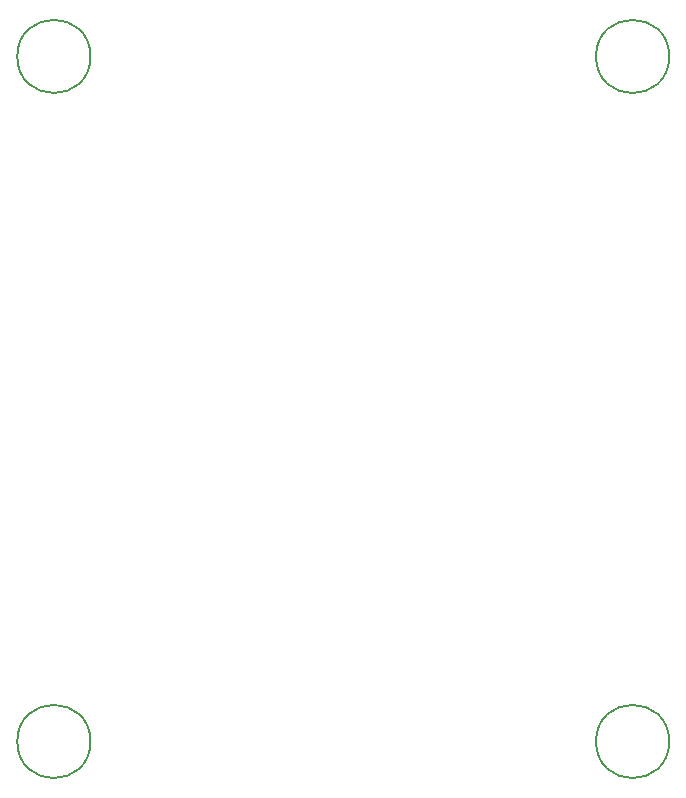
<source format=gbr>
%TF.GenerationSoftware,KiCad,Pcbnew,7.0.8*%
%TF.CreationDate,2023-11-09T14:24:46+01:00*%
%TF.ProjectId,LoRa-WindPower-Control,4c6f5261-2d57-4696-9e64-506f7765722d,1.0*%
%TF.SameCoordinates,Original*%
%TF.FileFunction,Legend,Bot*%
%TF.FilePolarity,Positive*%
%FSLAX46Y46*%
G04 Gerber Fmt 4.6, Leading zero omitted, Abs format (unit mm)*
G04 Created by KiCad (PCBNEW 7.0.8) date 2023-11-09 14:24:46*
%MOMM*%
%LPD*%
G01*
G04 APERTURE LIST*
%ADD10C,0.150000*%
G04 APERTURE END LIST*
D10*
%TO.C,X11*%
X120396800Y-138064800D02*
G75*
G03*
X120396800Y-138064800I-3100000J0D01*
G01*
X71396800Y-138064800D02*
G75*
G03*
X71396800Y-138064800I-3100000J0D01*
G01*
X120396800Y-196064800D02*
G75*
G03*
X120396800Y-196064800I-3100000J0D01*
G01*
X71396800Y-196064800D02*
G75*
G03*
X71396800Y-196064800I-3100000J0D01*
G01*
%TD*%
M02*

</source>
